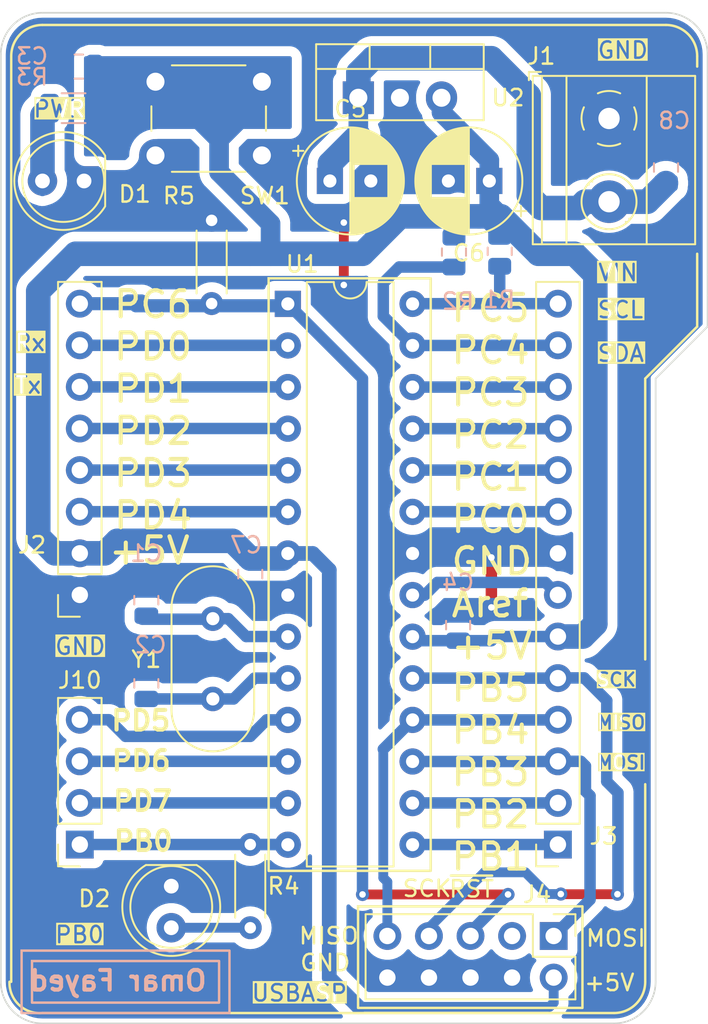
<source format=kicad_pcb>
(kicad_pcb (version 20221018) (generator pcbnew)
  (layers (0 "F.Cu" signal) (31 "B.Cu" signal) (34 "B.Paste" user) (35 "F.Paste" user) (36 "B.SilkS" user "B.Silkscreen") (37 "F.SilkS" user "F.Silkscreen") (38 "B.Mask" user) (39 "F.Mask" user) (44 "Edge.Cuts" user))
  (net 0 "")
  (net 1 "GND")
  (net 2 "/XTAL1")
  (net 3 "/XTAL2")
  (net 4 "+5V")
  (net 5 "VCC")
  (net 6 "Net-(D1-A)")
  (net 7 "Net-(D2-A)")
  (net 8 "PD4")
  (net 9 "PD3")
  (net 10 "PD2")
  (net 11 "TX")
  (net 12 "RX")
  (net 13 "PD7")
  (net 14 "PD6")
  (net 15 "PD5")
  (net 16 "SCL")
  (net 17 "SDA")
  (net 18 "PC3")
  (net 19 "PC2")
  (net 20 "PC1")
  (net 21 "PC0")
  (net 22 "~{RESET}")
  (net 23 "SCK")
  (net 24 "MISO")
  (net 25 "MOSI")
  (net 26 "PB2")
  (net 27 "PB1")
  (net 28 "PB0")
  (net 29 "AREF")
  (footprint "Connector_PinSocket_2.54mm:PinSocket_1x04_P2.54mm_Vertical" (layer "F.Cu") (at 139.446 83.058 180)
    (fp_text reference "J10" (at 0 10.033) (layer "F.SilkS"))
    (fp_text value "Conn_01x04")
    (pad "1" thru_hole rect (at 0 0 180) (size 1.7 1.7) (drill 1) (layers "*.Cu" "*.Mask") (net 28 "PB0"))
    (pad "2" thru_hole oval (at 0 2.54 180) (size 1.7 1.7) (drill 1) (layers "*.Cu" "*.Mask") (net 13 "PD7"))
    (pad "3" thru_hole oval (at 0 5.08 180) (size 1.7 1.7) (drill 1) (layers "*.Cu" "*.Mask") (net 14 "PD6"))
    (pad "4" thru_hole oval (at 0 7.62 180) (size 1.7 1.7) (drill 1) (layers "*.Cu" "*.Mask") (net 15 "PD5"))
  )
  (footprint "LED_THT:LED_D5.0mm" (layer "F.Cu") (at 139.705 42.545 180)
    (fp_text reference "D1" (at -3.095 -0.805) (layer "F.SilkS"))
    (fp_text value "LED")
    (pad "1" thru_hole rect (at 0 0 180) (size 1.8 1.8) (drill 0.9) (layers "*.Cu" "*.Mask") (net 1 "GND"))
    (pad "2" thru_hole circle (at 2.54 0 180) (size 1.8 1.8) (drill 0.9) (layers "*.Cu" "*.Mask") (net 6 "Net-(D1-A)"))
  )
  (footprint "Package_TO_SOT_THT:TO-220-3_Vertical" (layer "F.Cu") (at 156.464 37.465)
    (fp_text reference "U2" (at 9.144 0) (layer "F.SilkS"))
    (fp_text value "LM7805_TO220")
    (pad "1" thru_hole rect (at 0 0) (size 1.905 2) (drill 1.1) (layers "*.Cu" "*.Mask") (net 5 "VCC"))
    (pad "2" thru_hole oval (at 2.54 0) (size 1.905 2) (drill 1.1) (layers "*.Cu" "*.Mask") (net 1 "GND"))
    (pad "3" thru_hole oval (at 5.08 0) (size 1.905 2) (drill 1.1) (layers "*.Cu" "*.Mask") (net 4 "+5V"))
  )
  (footprint "Crystal:Crystal_HC18-U_Vertical" (layer "F.Cu") (at 147.574 74.168 90)
    (fp_text reference "Y1" (at 2.413 -4.064 180) (layer "F.SilkS"))
    (fp_text value "16MHz")
    (pad "1" thru_hole circle (at 0 0 90) (size 1.5 1.5) (drill 0.8) (layers "*.Cu" "*.Mask") (net 3 "/XTAL2"))
    (pad "2" thru_hole circle (at 4.9 0 90) (size 1.5 1.5) (drill 0.8) (layers "*.Cu" "*.Mask") (net 2 "/XTAL1"))
  )
  (footprint "Connector_PinSocket_2.54mm:PinSocket_1x14_P2.54mm_Vertical" (layer "F.Cu") (at 168.656 83.058 180)
    (fp_text reference "J3" (at -2.794 0.508) (layer "F.SilkS"))
    (fp_text value "Conn_01x14")
    (pad "1" thru_hole rect (at 0 0 180) (size 1.7 1.7) (drill 1) (layers "*.Cu" "*.Mask") (net 27 "PB1"))
    (pad "2" thru_hole oval (at 0 2.54 180) (size 1.7 1.7) (drill 1) (layers "*.Cu" "*.Mask") (net 26 "PB2"))
    (pad "3" thru_hole oval (at 0 5.08 180) (size 1.7 1.7) (drill 1) (layers "*.Cu" "*.Mask") (net 25 "MOSI"))
    (pad "4" thru_hole oval (at 0 7.62 180) (size 1.7 1.7) (drill 1) (layers "*.Cu" "*.Mask") (net 24 "MISO"))
    (pad "5" thru_hole oval (at 0 10.16 180) (size 1.7 1.7) (drill 1) (layers "*.Cu" "*.Mask") (net 23 "SCK"))
    (pad "6" thru_hole oval (at 0 12.7 180) (size 1.7 1.7) (drill 1) (layers "*.Cu" "*.Mask") (net 4 "+5V"))
    (pad "7" thru_hole oval (at 0 15.24 180) (size 1.7 1.7) (drill 1) (layers "*.Cu" "*.Mask") (net 29 "AREF"))
    (pad "8" thru_hole oval (at 0 17.78 180) (size 1.7 1.7) (drill 1) (layers "*.Cu" "*.Mask") (net 1 "GND"))
    (pad "9" thru_hole oval (at 0 20.32 180) (size 1.7 1.7) (drill 1) (layers "*.Cu" "*.Mask") (net 21 "PC0"))
    (pad "10" thru_hole oval (at 0 22.86 180) (size 1.7 1.7) (drill 1) (layers "*.Cu" "*.Mask") (net 20 "PC1"))
    (pad "11" thru_hole oval (at 0 25.4 180) (size 1.7 1.7) (drill 1) (layers "*.Cu" "*.Mask") (net 19 "PC2"))
    (pad "12" thru_hole oval (at 0 27.94 180) (size 1.7 1.7) (drill 1) (layers "*.Cu" "*.Mask") (net 18 "PC3"))
    (pad "13" thru_hole oval (at 0 30.48 180) (size 1.7 1.7) (drill 1) (layers "*.Cu" "*.Mask") (net 17 "SDA"))
    (pad "14" thru_hole oval (at 0 33.02 180) (size 1.7 1.7) (drill 1) (layers "*.Cu" "*.Mask") (net 16 "SCL"))
  )
  (footprint "Connector_PinSocket_2.54mm:PinSocket_1x08_P2.54mm_Vertical" (layer "F.Cu") (at 139.446 67.818 180)
    (fp_text reference "J2" (at 2.921 3.048) (layer "F.SilkS"))
    (fp_text value "Conn_01x08")
    (pad "1" thru_hole rect (at 0 0 180) (size 1.7 1.7) (drill 1) (layers "*.Cu" "*.Mask") (net 1 "GND"))
    (pad "2" thru_hole oval (at 0 2.54 180) (size 1.7 1.7) (drill 1) (layers "*.Cu" "*.Mask") (net 4 "+5V"))
    (pad "3" thru_hole oval (at 0 5.08 180) (size 1.7 1.7) (drill 1) (layers "*.Cu" "*.Mask") (net 8 "PD4"))
    (pad "4" thru_hole oval (at 0 7.62 180) (size 1.7 1.7) (drill 1) (layers "*.Cu" "*.Mask") (net 9 "PD3"))
    (pad "5" thru_hole oval (at 0 10.16 180) (size 1.7 1.7) (drill 1) (layers "*.Cu" "*.Mask") (net 10 "PD2"))
    (pad "6" thru_hole oval (at 0 12.7 180) (size 1.7 1.7) (drill 1) (layers "*.Cu" "*.Mask") (net 11 "TX"))
    (pad "7" thru_hole oval (at 0 15.24 180) (size 1.7 1.7) (drill 1) (layers "*.Cu" "*.Mask") (net 12 "RX"))
    (pad "8" thru_hole oval (at 0 17.78 180) (size 1.7 1.7) (drill 1) (layers "*.Cu" "*.Mask") (net 22 "~{RESET}"))
  )
  (footprint "Capacitor_THT:CP_Radial_D6.3mm_P2.50mm" (layer "F.Cu") (at 164.465 42.545 180)
    (fp_text reference "C6" (at 1.25 -4.4 180) (layer "F.SilkS"))
    (fp_text value "0.1 µF")
    (pad "1" thru_hole rect (at 0 0 180) (size 1.6 1.6) (drill 0.8) (layers "*.Cu" "*.Mask") (net 4 "+5V"))
    (pad "2" thru_hole circle (at 2.5 0 180) (size 1.6 1.6) (drill 0.8) (layers "*.Cu" "*.Mask") (net 1 "GND"))
  )
  (footprint "TerminalBlock_Phoenix:TerminalBlock_Phoenix_MKDS-1,5-2-5.08_1x02_P5.08mm_Horizontal" (layer "F.Cu") (at 171.78 38.73 -90)
    (fp_text reference "J1" (at -3.805 4.14 -180) (layer "F.SilkS"))
    (fp_text value "Screw_Terminal_01x02")
    (pad "1" thru_hole rect (at 0 0 270) (size 2.6 2.6) (drill 1.3) (layers "*.Cu" "*.Mask") (net 1 "GND"))
    (pad "2" thru_hole circle (at 5.08 0 270) (size 2.6 2.6) (drill 1.3) (layers "*.Cu" "*.Mask") (net 5 "VCC"))
  )
  (footprint "Button_Switch_THT:SW_PUSH_6mm" (layer "F.Cu") (at 150.57 40.985 180)
    (fp_text reference "SW1" (at -0.18 -2.465) (layer "F.SilkS"))
    (fp_text value "SW_Push")
    (pad "1" thru_hole circle (at 0 0 270) (size 2 2) (drill 1.1) (layers "*.Cu" "*.Mask") (net 1 "GND"))
    (pad "1" thru_hole circle (at 6.5 0 270) (size 2 2) (drill 1.1) (layers "*.Cu" "*.Mask") (net 1 "GND"))
    (pad "2" thru_hole circle (at 0 4.5 270) (size 2 2) (drill 1.1) (layers "*.Cu" "*.Mask") (net 4 "+5V"))
    (pad "2" thru_hole circle (at 6.5 4.5 270) (size 2 2) (drill 1.1) (layers "*.Cu" "*.Mask") (net 4 "+5V"))
  )
  (footprint "Resistor_THT:R_Axial_DIN0204_L3.6mm_D1.6mm_P5.08mm_Horizontal" (layer "F.Cu") (at 147.5 44.95 -90)
    (fp_text reference "R5" (at -1.5 2 -180) (layer "F.SilkS"))
    (fp_text value "10K")
    (pad "1" thru_hole circle (at 0 0 270) (size 1.4 1.4) (drill 0.7) (layers "*.Cu" "*.Mask") (net 1 "GND"))
    (pad "2" thru_hole oval (at 5.08 0 270) (size 1.4 1.4) (drill 0.7) (layers "*.Cu" "*.Mask") (net 22 "~{RESET}"))
  )
  (footprint "Connector_PinHeader_2.54mm:PinHeader_2x05_P2.54mm_Vertical" (layer "F.Cu") (at 168.397 88.641 -90)
    (fp_text reference "J4" (at -2.535 1.011 -180) (layer "F.SilkS"))
    (fp_text value "AVR-ISP-10")
    (pad "1" thru_hole rect (at 0 0 270) (size 1.7 1.7) (drill 1) (layers "*.Cu" "*.Mask") (net 25 "MOSI"))
    (pad "2" thru_hole oval (at 2.54 0 270) (size 1.7 1.7) (drill 1) (layers "*.Cu" "*.Mask") (net 4 "+5V"))
    (pad "3" thru_hole oval (at 0 2.54 270) (size 1.7 1.7) (drill 1) (layers "*.Cu" "*.Mask"))
    (pad "4" thru_hole oval (at 2.54 2.54 270) (size 1.7 1.7) (drill 1) (layers "*.Cu" "*.Mask") (net 1 "GND"))
    (pad "5" thru_hole oval (at 0 5.08 270) (size 1.7 1.7) (drill 1) (layers "*.Cu" "*.Mask") (net 22 "~{RESET}"))
    (pad "6" thru_hole oval (at 2.54 5.08 270) (size 1.7 1.7) (drill 1) (layers "*.Cu" "*.Mask") (net 1 "GND"))
    (pad "7" thru_hole oval (at 0 7.62 270) (size 1.7 1.7) (drill 1) (layers "*.Cu" "*.Mask") (net 23 "SCK"))
    (pad "8" thru_hole oval (at 2.54 7.62 270) (size 1.7 1.7) (drill 1) (layers "*.Cu" "*.Mask") (net 1 "GND"))
    (pad "9" thru_hole oval (at 0 10.16 270) (size 1.7 1.7) (drill 1) (layers "*.Cu" "*.Mask") (net 24 "MISO"))
    (pad "10" thru_hole oval (at 2.54 10.16 270) (size 1.7 1.7) (drill 1) (layers "*.Cu" "*.Mask") (net 1 "GND"))
  )
  (footprint "Resistor_THT:R_Axial_DIN0204_L3.6mm_D1.6mm_P5.08mm_Horizontal" (layer "F.Cu") (at 149.86 83.058 -90)
    (fp_text reference "R4" (at 2.54 -2.032 -180) (layer "F.SilkS"))
    (fp_text value "330R")
    (pad "1" thru_hole circle (at 0 0 270) (size 1.4 1.4) (drill 0.7) (layers "*.Cu" "*.Mask") (net 28 "PB0"))
    (pad "2" thru_hole oval (at 5.08 0 270) (size 1.4 1.4) (drill 0.7) (layers "*.Cu" "*.Mask") (net 7 "Net-(D2-A)"))
  )
  (footprint "LED_THT:LED_D5.0mm" (layer "F.Cu") (at 145.034 85.598 -90)
    (fp_text reference "D2" (at 0.762 4.699 -180) (layer "F.SilkS"))
    (fp_text value "LED")
    (pad "1" thru_hole rect (at 0 0 270) (size 1.8 1.8) (drill 0.9) (layers "*.Cu" "*.Mask") (net 1 "GND"))
    (pad "2" thru_hole circle (at 2.54 0 270) (size 1.8 1.8) (drill 0.9) (layers "*.Cu" "*.Mask") (net 7 "Net-(D2-A)"))
  )
  (footprint "Capacitor_THT:CP_Radial_D6.3mm_P2.50mm" (layer "F.Cu") (at 154.725401 42.545)
    (fp_text reference "C5" (at 1.25 -4.4) (layer "F.SilkS"))
    (fp_text value "0.33 µF")
    (pad "1" thru_hole rect (at 0 0) (size 1.6 1.6) (drill 0.8) (layers "*.Cu" "*.Mask") (net 5 "VCC"))
    (pad "2" thru_hole circle (at 2.5 0) (size 1.6 1.6) (drill 0.8) (layers "*.Cu" "*.Mask") (net 1 "GND"))
  )
  (footprint "Package_DIP:DIP-28_W7.62mm" (layer "F.Cu") (at 152.156 50.048)
    (fp_text reference "U1" (at 0.879 -2.423) (layer "F.SilkS"))
    (fp_text value "ATmega8L-8P")
    (pad "1" thru_hole rect (at 0 0) (size 1.6 1.6) (drill 0.8) (layers "*.Cu" "*.Mask") (net 22 "~{RESET}"))
    (pad "2" thru_hole oval (at 0 2.54) (size 1.6 1.6) (drill 0.8) (layers "*.Cu" "*.Mask") (net 12 "RX"))
    (pad "3" thru_hole oval (at 0 5.08) (size 1.6 1.6) (drill 0.8) (layers "*.Cu" "*.Mask") (net 11 "TX"))
    (pad "4" thru_hole oval (at 0 7.62) (size 1.6 1.6) (drill 0.8) (layers "*.Cu" "*.Mask") (net 10 "PD2"))
    (pad "5" thru_hole oval (at 0 10.16) (size 1.6 1.6) (drill 0.8) (layers "*.Cu" "*.Mask") (net 9 "PD3"))
    (pad "6" thru_hole oval (at 0 12.7) (size 1.6 1.6) (drill 0.8) (layers "*.Cu" "*.Mask") (net 8 "PD4"))
    (pad "7" thru_hole oval (at 0 15.24) (size 1.6 1.6) (drill 0.8) (layers "*.Cu" "*.Mask") (net 4 "+5V"))
    (pad "8" thru_hole oval (at 0 17.78) (size 1.6 1.6) (drill 0.8) (layers "*.Cu" "*.Mask") (net 1 "GND"))
    (pad "9" thru_hole oval (at 0 20.32) (size 1.6 1.6) (drill 0.8) (layers "*.Cu" "*.Mask") (net 2 "/XTAL1"))
    (pad "10" thru_hole oval (at 0 22.86) (size 1.6 1.6) (drill 0.8) (layers "*.Cu" "*.Mask") (net 3 "/XTAL2"))
    (pad "11" thru_hole oval (at 0 25.4) (size 1.6 1.6) (drill 0.8) (layers "*.Cu" "*.Mask") (net 15 "PD5"))
    (pad "12" thru_hole oval (at 0 27.94) (size 1.6 1.6) (drill 0.8) (layers "*.Cu" "*.Mask") (net 14 "PD6"))
    (pad "13" thru_hole oval (at 0 30.48) (size 1.6 1.6) (drill 0.8) (layers "*.Cu" "*.Mask") (net 13 "PD7"))
    (pad "14" thru_hole oval (at 0 33.02) (size 1.6 1.6) (drill 0.8) (layers "*.Cu" "*.Mask") (net 28 "PB0"))
    (pad "15" thru_hole oval (at 7.62 33.02) (size 1.6 1.6) (drill 0.8) (layers "*.Cu" "*.Mask") (net 27 "PB1"))
    (pad "16" thru_hole oval (at 7.62 30.48) (size 1.6 1.6) (drill 0.8) (layers "*.Cu" "*.Mask") (net 26 "PB2"))
    (pad "17" thru_hole oval (at 7.62 27.94) (size 1.6 1.6) (drill 0.8) (layers "*.Cu" "*.Mask") (net 25 "MOSI"))
    (pad "18" thru_hole oval (at 7.62 25.4) (size 1.6 1.6) (drill 0.8) (layers "*.Cu" "*.Mask") (net 24 "MISO"))
    (pad "19" thru_hole oval (at 7.62 22.86) (size 1.6 1.6) (drill 0.8) (layers "*.Cu" "*.Mask") (net 23 "SCK"))
    (pad "20" thru_hole oval (at 7.62 20.32) (size 1.6 1.6) (drill 0.8) (layers "*.Cu" "*.Mask") (net 4 "+5V"))
    (pad "21" thru_hole oval (at 7.62 17.78) (size 1.6 1.6) (drill 0.8) (layers "*.Cu" "*.Mask") (net 29 "AREF"))
    (pad "22" thru_hole oval (at 7.62 15.24) (size 1.6 1.6) (drill 0.8) (layers "*.Cu" "*.Mask") (net 1 "GND"))
    (pad "23" thru_hole oval (at 7.62 12.7) (size 1.6 1.6) (drill 0.8) (layers "*.Cu" "*.Mask") (net 21 "PC0"))
    (pad "24" thru_hole oval (at 7.62 10.16) (size 1.6 1.6) (drill 0.8) (layers "*.Cu" "*.Mask") (net 20 "PC1"))
    (pad "25" thru_hole oval (at 7.62 7.62) (size 1.6 1.6) (drill 0.8) (layers "*.Cu" "*.Mask") (net 19 "PC2"))
    (pad "26" thru_hole oval (at 7.62 5.08) (size 1.6 1.6) (drill 0.8) (layers "*.Cu" "*.Mask") (net 18 "PC3"))
    (pad "27" thru_hole oval (at 7.62 2.54) (size 1.6 1.6) (drill 0.8) (layers "*.Cu" "*.Mask") (net 17 "SDA"))
    (pad "28" thru_hole oval (at 7.62 0) (size 1.6 1.6) (drill 0.8) (layers "*.Cu" "*.Mask") (net 16 "SCL"))
  )
  (footprint "Capacitor_SMD:C_0805_2012Metric" (layer "B.Cu") (at 143.51 68.138 -90)
    (fp_text reference "C1" (at -2.86 0 -180) (layer "B.SilkS") (effects (justify mirror)))
    (fp_text value "22pF")
    (pad "1" smd roundrect (at -0.95 0 270) (size 1 1.45) (layers "B.Cu" "B.Paste" "B.Mask") (net 1 "GND"))
    (pad "2" smd roundrect (at 0.95 0 270) (size 1 1.45) (layers "B.Cu" "B.Paste" "B.Mask") (net 2 "/XTAL1"))
  )
  (footprint "Resistor_SMD:R_1206_3216Metric" (layer "B.Cu") (at 139.065 38.1 180)
    (fp_text reference "R3" (at 2.54 1.905) (layer "B.SilkS") (effects (justify mirror)))
    (fp_text value "330R")
    (pad "1" smd roundrect (at -1.4625 0 180) (size 1.125 1.75) (layers "B.Cu" "B.Paste" "B.Mask") (roundrect_rratio 0.222222) (net 4 "+5V"))
    (pad "2" smd roundrect (at 1.4625 0 180) (size 1.125 1.75) (layers "B.Cu" "B.Paste" "B.Mask") (roundrect_rratio 0.222222) (net 6 "Net-(D1-A)"))
  )
  (footprint "Capacitor_SMD:C_0805_2012Metric" (layer "B.Cu") (at 143.51 73.218 -90)
    (fp_text reference "C2" (at -2.352 -0.254 -180) (layer "B.SilkS") (effects (justify mirror)))
    (fp_text value "22pF")
    (pad "1" smd roundrect (at -0.95 0 270) (size 1 1.45) (layers "B.Cu" "B.Paste" "B.Mask") (net 1 "GND"))
    (pad "2" smd roundrect (at 0.95 0 270) (size 1 1.45) (layers "B.Cu" "B.Paste" "B.Mask") (net 3 "/XTAL2"))
  )
  (footprint "Resistor_SMD:R_0805_2012Metric" (layer "B.Cu") (at 162.306 46.8865 -90)
    (fp_text reference "R2" (at 3.006357 -0.247021 -180) (layer "B.SilkS") (effects (justify mirror)))
    (fp_text value "4.7K")
    (pad "1" smd roundrect (at -0.9125 0 270) (size 1.025 1.4) (layers "B.Cu" "B.Paste" "B.Mask") (roundrect_rratio 0.243902) (net 4 "+5V"))
    (pad "2" smd roundrect (at 0.9125 0 270) (size 1.025 1.4) (layers "B.Cu" "B.Paste" "B.Mask") (roundrect_rratio 0.243902) (net 17 "SDA"))
  )
  (footprint "Capacitor_SMD:C_0805_2012Metric" (layer "B.Cu") (at 139.385 35.56)
    (fp_text reference "C3" (at -2.86 -0.635) (layer "B.SilkS") (effects (justify mirror)))
    (fp_text value "100nF")
    (pad "1" smd roundrect (at -0.95 0) (size 1 1.45) (layers "B.Cu" "B.Paste" "B.Mask") (net 1 "GND"))
    (pad "2" smd roundrect (at 0.95 0) (size 1 1.45) (layers "B.Cu" "B.Paste" "B.Mask") (net 4 "+5V"))
  )
  (footprint "Capacitor_SMD:C_0805_2012Metric" (layer "B.Cu") (at 149.86 66.548 90)
    (fp_text reference "C7" (at 1.778 -0.254 180) (layer "B.SilkS") (effects (justify mirror)))
    (fp_text value "100nF")
    (pad "1" smd roundrect (at -0.95 0 90) (size 1 1.45) (layers "B.Cu" "B.Paste" "B.Mask") (net 1 "GND"))
    (pad "2" smd roundrect (at 0.95 0 90) (size 1 1.45) (layers "B.Cu" "B.Paste" "B.Mask") (net 4 "+5V"))
  )
  (footprint "Capacitor_SMD:C_0805_2012Metric" (layer "B.Cu") (at 162.56 69.662 -90)
    (fp_text reference "C4" (at -2.606 0 -180) (layer "B.SilkS") (effects (justify mirror)))
    (fp_text value "100nF")
    (pad "1" smd roundrect (at -0.95 0 270) (size 1 1.45) (layers "B.Cu" "B.Paste" "B.Mask") (net 1 "GND"))
    (pad "2" smd roundrect (at 0.95 0 270) (size 1 1.45) (layers "B.Cu" "B.Paste" "B.Mask") (net 4 "+5V"))
  )
  (footprint "Resistor_SMD:R_0805_2012Metric" (layer "B.Cu") (at 165.1 46.8395 -90)
    (fp_text reference "R1" (at 2.948686 0.034891 -180) (layer "B.SilkS") (effects (justify mirror)))
    (fp_text value "4.7K")
    (pad "1" smd roundrect (at -0.9125 0 270) (size 1.025 1.4) (layers "B.Cu" "B.Paste" "B.Mask") (roundrect_rratio 0.243902) (net 4 "+5V"))
    (pad "2" smd roundrect (at 0.9125 0 270) (size 1.025 1.4) (layers "B.Cu" "B.Paste" "B.Mask") (roundrect_rratio 0.243902) (net 16 "SCL"))
  )
  (footprint "Capacitor_SMD:C_0805_2012Metric" (layer "B.Cu") (at 175.26 41.722 -90)
    (fp_text reference "C8" (at -2.86 -0.508 -180) (layer "B.SilkS") (effects (justify mirror)))
    (fp_text value "100nF")
    (pad "1" smd roundrect (at -0.95 0 270) (size 1 1.45) (layers "B.Cu" "B.Paste" "B.Mask") (net 1 "GND"))
    (pad "2" smd roundrect (at 0.95 0 270) (size 1 1.45) (layers "B.Cu" "B.Paste" "B.Mask") (net 5 "VCC"))
  )
  (gr_rect (start 136.525 90.17) (end 147.955 92.71) (stroke (width 0.15)) (fill none) (layer "B.SilkS"))
  (gr_rect (start 135.89 89.535) (end 148.59 93.345) (stroke (width 0.15)) (fill none) (layer "B.SilkS"))
  (gr_line (start 173.99 71.755) (end 173.99 54.61) (stroke (width 0.15)) (layer "F.SilkS"))
  (gr_line (start 137.16 93.345) (end 172.085 93.345) (stroke (width 0.15)) (layer "F.SilkS"))
  (gr_line (start 177.165 51.435) (end 177.165 46.99) (stroke (width 0.15)) (layer "F.SilkS"))
  (gr_line (start 173.99 91.44) (end 173.99 79.375) (stroke (width 0.15)) (layer "F.SilkS"))
  (gr_arc (start 173.99 91.44) (mid 173.432038 92.787038) (end 172.085 93.345) (stroke (width 0.15)) (layer "F.SilkS"))
  (gr_line (start 135.255 51.435) (end 135.255 56.515) (stroke (width 0.15)) (layer "F.SilkS"))
  (gr_line (start 177.165 34.925) (end 177.165 35.56) (stroke (width 0.15)) (layer "F.SilkS"))
  (gr_line (start 173.99 54.61) (end 177.165 51.435) (stroke (width 0.15)) (layer "F.SilkS"))
  (gr_line (start 135.255 56.515) (end 135.255 91.44) (stroke (width 0.15)) (layer "F.SilkS"))
  (gr_line (start 175.26 33.02) (end 137.16 33.02) (stroke (width 0.15)) (layer "F.SilkS"))
  (gr_line (start 135.255 51.435) (end 135.255 34.925) (stroke (width 0.15)) (layer "F.SilkS"))
  (gr_rect (start 156.446179 86.832895) (end 170.155308 93.032062) (stroke (width 0.15)) (fill none) (layer "F.SilkS"))
  (gr_arc (start 135.255 34.925) (mid 135.812962 33.577962) (end 137.16 33.02) (stroke (width 0.15)) (layer "F.SilkS"))
  (gr_arc (start 137.16 93.344999) (mid 135.725068 92.843194) (end 135.14917 91.436361) (stroke (width 0.15)) (layer "F.SilkS"))
  (gr_arc (start 175.26 33.02) (mid 176.607038 33.577962) (end 177.165 34.925) (stroke (width 0.15)) (layer "F.SilkS"))
  (gr_rect (start 150.982924 48.487054) (end 160.885274 84.66434) (stroke (width 0.15)) (fill none) (layer "F.SilkS"))
  (gr_line (start 172.085 93.98) (end 137.16 93.98) (stroke (width 0.1)) (layer "Edge.Cuts"))
  (gr_line (start 174.625 54.61) (end 177.8 51.435) (stroke (width 0.1)) (layer "Edge.Cuts"))
  (gr_arc (start 174.625 91.44) (mid 173.881051 93.236051) (end 172.085 93.98) (stroke (width 0.1)) (layer "Edge.Cuts"))
  (gr_line (start 177.8 49.53) (end 177.8 51.435) (stroke (width 0.1)) (layer "Edge.Cuts"))
  (gr_line (start 177.8 49.53) (end 177.8 48.26) (stroke (width 0.1)) (layer "Edge.Cuts"))
  (gr_line (start 134.62 36.068) (end 134.62 91.44) (stroke (width 0.1)) (layer "Edge.Cuts"))
  (gr_arc (start 175.26 32.276051) (mid 177.056051 33.02) (end 177.8 34.816051) (stroke (width 0.1)) (layer "Edge.Cuts"))
  (gr_line (start 175.26 32.276051) (end 137.16 32.276051) (stroke (width 0.1)) (layer "Edge.Cuts"))
  (gr_line (start 177.8 36.068) (end 177.8 48.26) (stroke (width 0.1)) (layer "Edge.Cuts"))
  (gr_arc (start 137.16 93.98) (mid 135.363949 93.236051) (end 134.62 91.44) (stroke (width 0.1)) (layer "Edge.Cuts"))
  (gr_line (start 177.8 34.816051) (end 177.8 36.068) (stroke (width 0.1)) (layer "Edge.Cuts"))
  (gr_line (start 134.62 34.816051) (end 134.62 36.068) (stroke (width 0.1)) (layer "Edge.Cuts"))
  (gr_arc (start 134.62 34.816051) (mid 135.363949 33.02) (end 137.16 32.276051) (stroke (width 0.1)) (layer "Edge.Cuts"))
  (gr_line (start 174.625 54.61) (end 174.625 91.44) (stroke (width 0.1)) (layer "Edge.Cuts"))
  (gr_text "Omar Fayed" (at 147.32 92.075) (layer "B.SilkS") (effects (font (size 1.2 1.2) (thickness 0.25)) (justify left bottom mirror)))
  (gr_text "~{RST}" (at 161.925 86.36) (layer "F.SilkS") (effects (font (size 1 1)) (justify left bottom)))
  (gr_text "SDA" (at 170.993207 53.655621) (layer "F.SilkS" knockout) (effects (font (size 1 1)) (justify left bottom)))
  (gr_text "GND" (at 171 35.15) (layer "F.SilkS" knockout) (effects (font (size 1 1)) (justify left bottom)))
  (gr_text "Rx\n" (at 135.4 53) (layer "F.SilkS" knockout) (effects (font (size 1 1)) (justify left bottom)))
  (gr_text "GND\n" (at 152.818681 90.860824) (layer "F.SilkS") (effects (font (size 1 1)) (justify left bottom)))
  (gr_text "+5V\n" (at 170.18 92.075) (layer "F.SilkS") (effects (font (size 1 1)) (justify left bottom)))
  (gr_text "MISO" (at 170.986766 76.0803) (layer "F.SilkS" knockout) (effects (font (size 0.8 0.8)) (justify left bottom)))
  (gr_text "MISO" (at 152.748901 89.220989) (layer "F.SilkS") (effects (font (size 1 1)) (justify left bottom)))
  (gr_text "PD5" (at 141.239995 76.2) (layer "F.SilkS") (effects (font (size 1.2 1.2) (thickness 0.25) bold) (justify left bottom)))
  (gr_text "USBASP\n" (at 149.86 92.71) (layer "F.SilkS" knockout) (effects (font (size 1 1)) (justify left bottom)))
  (gr_text "SCK\n" (at 159.083871 86.32672) (layer "F.SilkS") (effects (font (size 1 1)) (justify left bottom)))
  (gr_text "PC5\nPC4\nPC3\nPC2\nPC1\nPC0\nGND\nAref\n+5V\nPB5\nPB4\nPB3\nPB2\nPB1\n\n" (at 162.017 87.311) (layer "F.SilkS") (effects (font (size 1.6 1.6) (thickness 0.25) bold) (justify left bottom)))
  (gr_text "PD6\n" (at 141.261466 78.647675) (layer "F.SilkS") (effects (font (size 1.2 1.2) (thickness 0.25) bold) (justify left bottom)))
  (gr_text "PD7" (at 141.353791 81.105549) (layer "F.SilkS") (effects (font (size 1.2 1.2) (thickness 0.25) bold) (justify left bottom)))
  (gr_text "PB0\n" (at 137.85 89.15) (layer "F.SilkS" knockout) (effects (font (size 1 1)) (justify left bottom)))
  (gr_text "PC6\nPD0\nPD1\nPD2\nPD3\nPD4\n" (at 141.4 63.9) (layer "F.SilkS") (effects (font (size 1.6 1.6) (thickness 0.25)) (justify left bottom)))
  (gr_text "PB0" (at 141.388681 83.547857) (layer "F.SilkS") (effects (font (size 1.2 1.2) (thickness 0.25) bold) (justify left bottom)))
  (gr_text "GND\n" (at 137.85 71.55) (layer "F.SilkS" knockout) (effects (font (size 1 1)) (justify left bottom)))
  (gr_text "MOSI" (at 170.986766 78.527975) (layer "F.SilkS" knockout) (effects (font (size 0.8 0.8)) (justify left bottom)))
  (gr_text "Tx" (at 135.4 55.6) (layer "F.SilkS" knockout) (effects (font (size 1 1)) (justify left bottom)))
  (gr_text "VIN" (at 171.038296 48.734505) (layer "F.SilkS" knockout) (effects (font (size 1 1)) (justify left bottom)))
  (gr_text "PWR" (at 136.525 38.735) (layer "F.SilkS" knockout) (effects (font (size 1 1)) (justify left bottom)))
  (gr_text "SCK\n" (at 170.943825 73.460857) (layer "F.SilkS" knockout) (effects (font (size 0.8 0.8)) (justify left bottom)))
  (gr_text "+5V" (at 141.1 66.05) (layer "F.SilkS") (effects (font (size 1.6 1.6) (thickness 0.25) bold) (justify left bottom)))
  (gr_text "MOSI" (at 170.287354 89.363233) (layer "F.SilkS") (effects (font (size 1 1)) (justify left bottom)))
  (gr_text "SCL" (at 170.993207 50.993237) (layer "F.SilkS" knockout) (effects (font (size 1 1)) (justify left bottom)))
  (segment (start 155.575 48.895) (end 155.575 45.085) (width 0.6) (layer "F.Cu") (net 1))
  (segment (start 164.592 68.58) (end 164.592 65.532) (width 0.7) (layer "F.Cu") (net 1))
  (via (at 164.592 68.58) (size 0.8) (drill 0.4) (layers "F.Cu" "B.Cu") (net 1))
  (via (at 155.575 48.895) (size 0.8) (drill 0.4) (layers "F.Cu" "B.Cu") (net 1))
  (via (at 164.592 65.532) (size 0.8) (drill 0.4) (layers "F.Cu" "B.Cu") (net 1))
  (via (at 155.575 45.085) (size 0.8) (drill 0.4) (layers "F.Cu" "B.Cu") (net 1))
  (segment (start 151.826 67.498) (end 152.156 67.828) (width 0.7) (layer "B.Cu") (net 1))
  (segment (start 175.26 40.64) (end 173.873 40.64) (width 0.6) (layer "B.Cu") (net 1))
  (segment (start 149.86 67.498) (end 151.826 67.498) (width 0.7) (layer "B.Cu") (net 1))
  (segment (start 168.646 65.288) (end 168.656 65.278) (width 0.7) (layer "B.Cu") (net 1))
  (segment (start 173.873 40.64) (end 172.212 38.979) (width 0.6) (layer "B.Cu") (net 1))
  (segment (start 147.54 69.302) (end 147.574 69.268) (width 0.7) (layer "B.Cu") (net 2))
  (segment (start 149.606 70.358) (end 152.146 70.358) (width 0.7) (layer "B.Cu") (net 2))
  (segment (start 143.256 69.302) (end 147.54 69.302) (width 0.7) (layer "B.Cu") (net 2))
  (segment (start 152.146 70.358) (end 152.156 70.368) (width 0.7) (layer "B.Cu") (net 2))
  (segment (start 147.574 69.268) (end 148.516 69.268) (width 0.7) (layer "B.Cu") (net 2))
  (segment (start 148.516 69.268) (end 149.606 70.358) (width 0.7) (layer "B.Cu") (net 2))
  (segment (start 147.574 74.168) (end 143.276 74.168) (width 0.7) (layer "B.Cu") (net 3))
  (segment (start 150.114 72.898) (end 148.844 74.168) (width 0.7) (layer "B.Cu") (net 3))
  (segment (start 143.276 74.168) (end 143.256 74.148) (width 0.7) (layer "B.Cu") (net 3))
  (segment (start 152.156 72.908) (end 152.146 72.898) (width 0.7) (layer "B.Cu") (net 3))
  (segment (start 152.146 72.898) (end 150.114 72.898) (width 0.7) (layer "B.Cu") (net 3))
  (segment (start 148.844 74.168) (end 147.574 74.168) (width 0.7) (layer "B.Cu") (net 3))
  (segment (start 160.02 70.612) (end 162.052 70.612) (width 0.7) (layer "B.Cu") (net 4))
  (segment (start 151.1 46.99) (end 154.686 46.99) (width 1.5) (layer "B.Cu") (net 4))
  (segment (start 167.464152 46.99) (end 169.672 46.99) (width 1.5) (layer "B.Cu") (net 4))
  (segment (start 168.397 91.181) (end 168.397 92.705) (width 0.6) (layer "B.Cu") (net 4))
  (segment (start 156.718 46.99) (end 159.004 44.704) (width 1.5) (layer "B.Cu") (net 4))
  (segment (start 161.544 37.592) (end 161.544 38.354) (width 1.2) (layer "B.Cu") (net 4))
  (segment (start 162.306 45.974) (end 162.306 44.704) (width 0.6) (layer "B.Cu") (net 4))
  (segment (start 162.306 45.72) (end 161.29 44.704) (width 0.6) (layer "B.Cu") (net 4))
  (segment (start 147.955 42.005) (end 151.1 45.15) (width 1.2) (layer "B.Cu") (net 4))
  (segment (start 151.1 45.15) (end 151.1 46.99) (width 1.2) (layer "B.Cu") (net 4))
  (segment (start 148.778 64.516) (end 149.86 65.598) (width 1.5) (layer "B.Cu") (net 4))
  (segment (start 147.955 40.005) (end 147.955 42.005) (width 1.2) (layer "B.Cu") (net 4))
  (segment (start 161.29 44.704) (end 162.306 44.704) (width 1.5) (layer "B.Cu") (net 4))
  (segment (start 164.592 70.612) (end 162.56 70.612) (width 0.7) (layer "B.Cu") (net 4))
  (segment (start 141.732 64.516) (end 148.778 64.516) (width 1.5) (layer "B.Cu") (net 4))
  (segment (start 148.082 46.99) (end 149.86 46.99) (width 1.5) (layer "B.Cu") (net 4))
  (segment (start 150.57 37.39) (end 147.955 40.005) (width 1.2) (layer "B.Cu") (net 4))
  (segment (start 164.465 42.545) (end 164.465 43.990848) (width 1.2) (layer "B.Cu") (net 4))
  (segment (start 140.97 65.278) (end 141.732 64.516) (width 1.5) (layer "B.Cu") (net 4))
  (segment (start 136.906 49.276) (end 139.192 46.99) (width 1.5) (layer "B.Cu") (net 4))
  (segment (start 168.402 92.71) (end 168.148 92.964) (width 0.6) (layer "B.Cu") (net 4))
  (segment (start 154.686 91.186) (end 154.686 66.294) (width 0.9) (layer "B.Cu") (net 4))
  (segment (start 162.179 38.989) (end 164.465 41.275) (width 1.2) (layer "B.Cu") (net 4))
  (segment (start 164.465 41.275) (end 164.465 42.545) (width 1.2) (layer "B.Cu") (net 4))
  (segment (start 163.068 45.212) (end 163.068 44.704) (width 0.6) (layer "B.Cu") (net 4))
  (segment (start 165.1 45.927) (end 165.053 45.927) (width 0.6) (layer "B.Cu") (net 4))
  (segment (start 159.776 70.368) (end 160.02 70.612) (width 0.7) (layer "B.Cu") (net 4))
  (segment (start 154.686 46.99) (end 156.718 46.99) (width 1.5) (layer "B.Cu") (net 4))
  (segment (start 162.306 44.704) (end 163.068 44.704) (width 1.5) (layer "B.Cu") (net 4))
  (segment (start 165.178152 44.704) (end 167.464152 46.99) (width 1.5) (layer "B.Cu") (net 4))
  (segment (start 162.306 45.974) (end 163.068 45.212) (width 0.6) (layer "B.Cu") (net 4))
  (segment (start 168.148 92.964) (end 156.464 92.964) (width 0.6) (layer "B.Cu") (net 4))
  (segment (start 163.068 44.704) (end 163.83 44.704) (width 1.5) (layer "B.Cu") (net 4))
  (segment (start 137.922 65.278) (end 136.906 64.262) (width 1.5) (layer "B.Cu") (net 4))
  (segment (start 151.846 65.598) (end 152.156 65.288) (width 1.5) (layer "B.Cu") (net 4))
  (segment (start 162.56 44.45) (end 162.306 44.704) (width 1.2) (layer "B.Cu") (net 4))
  (segment (start 163.83 44.704) (end 165.178152 44.704) (width 1.5) (layer "B.Cu") (net 4))
  (segment (start 170.942 69.596) (end 170.18 70.358) (width 1.5) (layer "B.Cu") (net 4))
  (segment (start 156.464 92.964) (end 154.686 91.186) (width 0.9) (layer "B.Cu") (net 4))
  (segment (start 139.192 46.99) (end 148.082 46.99) (width 1.5) (layer "B.Cu") (net 4))
  (segment (start 153.68 65.288) (end 152.156 65.288) (width 0.9) (layer "B.Cu") (net 4))
  (segment (start 144.435 36.485) (end 144.07 36.485) (width 1.2) (layer "B.Cu") (net 4))
  (segment (start 149.86 65.598) (end 151.846 65.598) (width 1.5) (layer "B.Cu") (net 4))
  (segment (start 170.18 70.358) (end 168.656 70.358) (width 1.5) (layer "B.Cu") (net 4))
  (segment (start 168.397 92.705) (end 168.402 92.71) (width 0.6) (layer "B.Cu") (net 4))
  (segment (start 150.57 36.485) (end 150.57 37.39) (width 1.2) (layer "B.Cu") (net 4))
  (segment (start 139.446 65.278) (end 140.97 65.278) (width 1.5) (layer "B.Cu") (net 4))
  (segment (start 164.465 43.990848) (end 165.178152 44.704) (width 1.2) (layer "B.Cu") (net 4))
  (segment (start 169.672 46.99) (end 170.942 48.26) (width 1.5) (layer "B.Cu") (net 4))
  (segment (start 136.906 64.262) (end 136.906 49.276) (width 1.5) (layer "B.Cu") (net 4))
  (segment (start 154.686 66.294) (end 153.68 65.288) (width 0.9) (layer "B.Cu") (net 4))
  (segment (start 161.544 38.354) (end 162.179 38.989) (width 1.2) (layer "B.Cu") (net 4))
  (segment (start 165.053 45.927) (end 163.83 44.704) (width 0.6) (layer "B.Cu") (net 4))
  (segment (start 170.942 48.26) (end 170.942 69.596) (width 1.5) (layer "B.Cu") (net 4))
  (segment (start 164.846 70.358) (end 164.592 70.612) (width 0.7) (layer "B.Cu") (net 4))
  (segment (start 139.446 65.278) (end 137.922 65.278) (width 1.5) (layer "B.Cu") (net 4))
  (segment (start 168.656 70.358) (end 164.846 70.358) (width 0.7) (layer "B.Cu") (net 4))
  (segment (start 162.306 45.974) (end 162.306 45.72) (width 0.6) (layer "B.Cu") (net 4))
  (segment (start 159.004 44.704) (end 161.29 44.704) (width 1.5) (layer "B.Cu") (net 4))
  (segment (start 149.86 46.99) (end 151.1 46.99) (width 1.5) (layer "B.Cu") (net 4))
  (segment (start 147.955 40.005) (end 144.435 36.485) (width 1.2) (layer "B.Cu") (net 4))
  (segment (start 171.78 43.81) (end 174.122 43.81) (width 1.5) (layer "B.Cu") (net 5))
  (segment (start 164.592 35.052) (end 166.878 37.338) (width 1.5) (layer "B.Cu") (net 5))
  (segment (start 154.725401 41.489599) (end 156.464 39.751) (width 1.5) (layer "B.Cu") (net 5))
  (segment (start 174.122 43.81) (end 175.26 42.672) (width 1.5) (layer "B.Cu") (net 5))
  (segment (start 166.878 37.338) (end 166.878 40.432) (width 1.5) (layer "B.Cu") (net 5))
  (segment (start 166.878 43.434) (end 167.64 44.196) (width 1.5) (layer "B.Cu") (net 5))
  (segment (start 154.725401 42.545) (end 154.725401 41.489599) (width 1.5) (layer "B.Cu") (net 5))
  (segment (start 167.64 44.196) (end 169.921 44.196) (width 1.5) (layer "B.Cu") (net 5))
  (segment (start 169.921 44.196) (end 170.307 43.81) (width 1.5) (layer "B.Cu") (net 5))
  (segment (start 157.353 35.052) (end 164.592 35.052) (width 1.5) (layer "B.Cu") (net 5))
  (segment (start 156.464 37.592) (end 156.464 35.941) (width 1.5) (layer "B.Cu") (net 5))
  (segment (start 166.878 40.432) (end 166.878 40.894) (width 1.5) (layer "B.Cu") (net 5))
  (segment (start 170.307 43.81) (end 171.78 43.81) (width 1.5) (layer "B.Cu") (net 5))
  (segment (start 166.878 40.432) (end 166.878 43.434) (width 1.5) (layer "B.Cu") (net 5))
  (segment (start 156.464 37.465) (end 156.464 39.751) (width 1.2) (layer "B.Cu") (net 5))
  (segment (start 156.464 35.941) (end 157.353 35.052) (width 1.5) (layer "B.Cu") (net 5))
  (segment (start 137.165 42.545) (end 137.165 38.5375) (width 1.5) (layer "B.Cu") (net 6))
  (segment (start 137.16 43.175) (end 137.165 43.17) (width 0.6) (layer "B.Cu") (net 6))
  (segment (start 137.165 38.5375) (end 137.6025 38.1) (width 1.5) (layer "B.Cu") (net 6))
  (segment (start 145.034 88.138) (end 149.86 88.138) (width 0.6) (layer "B.Cu") (net 7))
  (segment (start 152.146 62.738) (end 152.156 62.748) (width 0.7) (layer "B.Cu") (net 8))
  (segment (start 139.446 62.738) (end 152.146 62.738) (width 0.7) (layer "B.Cu") (net 8))
  (segment (start 152.146 60.198) (end 152.156 60.208) (width 0.7) (layer "B.Cu") (net 9))
  (segment (start 139.446 60.198) (end 152.146 60.198) (width 0.7) (layer "B.Cu") (net 9))
  (segment (start 152.146 57.658) (end 152.156 57.668) (width 0.7) (layer "B.Cu") (net 10))
  (segment (start 139.446 57.658) (end 152.146 57.658) (width 0.7) (layer "B.Cu") (net 10))
  (segment (start 139.446 55.118) (end 152.146 55.118) (width 0.7) (layer "B.Cu") (net 11))
  (segment (start 152.146 55.118) (end 152.156 55.128) (width 0.7) (layer "B.Cu") (net 11))
  (segment (start 139.446 52.578) (end 152.146 52.578) (width 0.7) (layer "B.Cu") (net 12))
  (segment (start 152.146 52.578) (end 152.156 52.588) (width 0.7) (layer "B.Cu") (net 12))
  (segment (start 139.446 80.518) (end 152.146 80.518) (width 0.7) (layer "B.Cu") (net 13))
  (segment (start 152.146 80.518) (end 152.156 80.528) (width 0.7) (layer "B.Cu") (net 13))
  (segment (start 152.146 77.978) (end 152.156 77.988) (width 0.7) (layer "B.Cu") (net 14))
  (segment (start 139.446 77.978) (end 152.146 77.978) (width 0.7) (layer "B.Cu") (net 14))
  (segment (start 142.24 76.454) (end 149.86 76.454) (width 0.7) (layer "B.Cu") (net 15))
  (segment (start 150.866 75.448) (end 152.156 75.448) (width 0.7) (layer "B.Cu") (net 15))
  (segment (start 139.446 75.438) (end 141.224 75.438) (width 0.7) (layer "B.Cu") (net 15))
  (segment (start 141.224 75.438) (end 142.24 76.454) (width 0.7) (layer "B.Cu") (net 15))
  (segment (start 149.86 76.454) (end 150.866 75.448) (width 0.7) (layer "B.Cu") (net 15))
  (segment (start 165.1 50.038) (end 166.116 50.038) (width 0.7) (layer "B.Cu") (net 16))
  (segment (start 159.786 50.038) (end 164.592 50.038) (width 0.7) (layer "B.Cu") (net 16))
  (segment (start 159.776 50.048) (end 159.786 50.038) (width 0.7) (layer "B.Cu") (net 16))
  (segment (start 164.592 50.038) (end 165.1 50.038) (width 0.7) (layer "B.Cu") (net 16))
  (segment (start 165.1 49.53) (end 165.608 50.038) (width 0.7) (layer "B.Cu") (net 16))
  (segment (start 165.1 49.53) (end 164.592 50.038) (width 0.7) (layer "B.Cu") (net 16))
  (segment (start 165.1 47.752) (end 165.1 49.53) (width 0.7) (layer "B.Cu") (net 16))
  (segment (start 165.608 50.038) (end 166.116 50.038) (width 0.7) (layer "B.Cu") (net 16))
  (segment (start 166.116 50.038) (end 168.656 50.038) (width 0.7) (layer "B.Cu") (net 16))
  (segment (start 159.776 50.048) (end 159.766 50.038) (width 0.7) (layer "B.Cu") (net 16))
  (segment (start 165.1 49.53) (end 165.1 50.038) (width 0.7) (layer "B.Cu") (net 16))
  (segment (start 157.988 50.8) (end 157.988 48.768) (width 0.7) (layer "B.Cu") (net 17))
  (segment (start 159.776 52.588) (end 157.988 50.8) (width 0.7) (layer "B.Cu") (net 17))
  (segment (start 159.776 52.588) (end 162.55 52.588) (width 0.7) (layer "B.Cu") (net 17))
  (segment (start 162.56 52.578) (end 168.656 52.578) (width 0.7) (layer "B.Cu") (net 17))
  (segment (start 158.957 47.799) (end 162.306 47.799) (width 0.7) (layer "B.Cu") (net 17))
  (segment (start 157.988 48.768) (end 158.957 47.799) (width 0.7) (layer "B.Cu") (net 17))
  (segment (start 162.55 52.588) (end 162.56 52.578) (width 0.7) (layer "B.Cu") (net 17))
  (segment (start 168.646 55.128) (end 168.656 55.118) (width 0.7) (layer "B.Cu") (net 18))
  (segment (start 159.776 55.128) (end 168.646 55.128) (width 0.7) (layer "B.Cu") (net 18))
  (segment (start 168.646 57.668) (end 168.656 57.658) (width 0.7) (layer "B.Cu") (net 19))
  (segment (start 159.776 57.668) (end 168.646 57.668) (width 0.7) (layer "B.Cu") (net 19))
  (segment (start 159.776 60.208) (end 159.786 60.198) (width 0.7) (layer "B.Cu") (net 20))
  (segment (start 159.786 60.198) (end 168.656 60.198) (width 0.7) (layer "B.Cu") (net 20))
  (segment (start 159.786 62.738) (end 168.656 62.738) (width 0.7) (layer "B.Cu") (net 21))
  (segment (start 159.776 62.748) (end 159.786 62.738) (width 0.7) (layer "B.Cu") (net 21))
  (segment (start 165.608 86.106) (end 156.718 86.106) (width 0.6) (layer "F.Cu") (net 22))
  (via (at 156.718 86.106) (size 0.8) (drill 0.4) (layers "F.Cu" "B.Cu") (net 22))
  (via (at 165.608 86.106) (size 0.8) (drill 0.4) (layers "F.Cu" "B.Cu") (net 22))
  (segment (start 156.718 54.61) (end 152.156 50.048) (width 0.7) (layer "B.Cu") (net 22))
  (segment (start 142.404467 49.873533) (end 142.24 50.038) (width 0.8) (layer "B.Cu") (net 22))
  (segment (start 139.446 50.038) (end 142.24 50.038) (width 0.8) (layer "B.Cu") (net 22))
  (segment (start 156.718 86.106) (end 156.718 54.61) (width 0.7) (layer "B.Cu") (net 22))
  (segment (start 143.218533 49.873533) (end 143.51 50.165) (width 0.8) (layer "B.Cu") (net 22))
  (segment (start 163.317 88.397) (end 165.608 86.106) (width 0.7) (layer "B.Cu") (net 22))
  (segment (start 143.51 50.165) (end 152.039 50.165) (width 0.8) (layer "B.Cu") (net 22))
  (segment (start 142.24 50.038) (end 142.748 50.038) (width 0.8) (layer "B.Cu") (net 22))
  (segment (start 142.930287 49.873533) (end 143.218533 49.873533) (width 0.8) (layer "B.Cu") (net 22))
  (segment (start 152.039 50.165) (end 152.156 50.048) (width 0.8) (layer "B.Cu") (net 22))
  (segment (start 142.748 50.038) (end 142.875 50.165) (width 0.8) (layer "B.Cu") (net 22))
  (segment (start 163.317 88.641) (end 163.317 88.397) (width 0.6) (layer "B.Cu") (net 22))
  (segment (start 142.930287 49.873533) (end 142.404467 49.873533) (width 0.8) (layer "B.Cu") (net 22))
  (segment (start 142.875 50.165) (end 143.51 50.165) (width 0.8) (layer "B.Cu") (net 22))
  (segment (start 168.833241 86.080879) (end 168.847197 86.094835) (width 0.6) (layer "F.Cu") (net 23))
  (segment (start 168.833241 86.080879) (end 168.844206 86.091844) (width 0.6) (layer "F.Cu") (net 23))
  (segment (start 168.844206 86.091844) (end 172.292346 86.091844) (width 0.6) (layer "F.Cu") (net 23))
  (via (at 168.833241 86.080879) (size 0.8) (drill 0.4) (layers "F.Cu" "B.Cu") (net 23))
  (via (at 172.292346 86.091844) (size 0.8) (drill 0.4) (layers "F.Cu" "B.Cu") (net 23))
  (segment (start 168.529 73.025) (end 168.656 72.898) (width 0.7) (layer "B.Cu") (net 23))
  (segment (start 160.777 88.143) (end 164.164946 84.755054) (width 0.6) (layer "B.Cu") (net 23))
  (segment (start 160.777 88.641) (end 160.777 88.143) (width 0.6) (layer "B.Cu") (net 23))
  (segment (start 170.263736 72.885439) (end 171.640494 74.262197) (width 0.7) (layer "B.Cu") (net 23))
  (segment (start 171.640494 79.212836) (end 172.324399 79.896741) (width 0.7) (layer "B.Cu") (net 23))
  (segment (start 159.893 73.025) (end 159.776 72.908) (width 0.7) (layer "B.Cu") (net 23))
  (segment (start 159.786 72.898) (end 168.656 72.898) (width 0.7) (layer "B.Cu") (net 23))
  (segment (start 172.324399 79.896741) (end 172.324399 86.059791) (width 0.7) (layer "B.Cu") (net 23))
  (segment (start 164.164946 84.755054) (end 166.670054 84.755054) (width 0.6) (layer "B.Cu") (net 23))
  (segment (start 168.656 72.898) (end 168.668561 72.885439) (width 0.7) (layer "B.Cu") (net 23))
  (segment (start 168.668561 72.885439) (end 170.263736 72.885439) (width 0.7) (layer "B.Cu") (net 23))
  (segment (start 159.776 72.908) (end 159.786 72.898) (width 0.7) (layer "B.Cu") (net 23))
  (segment (start 172.324399 86.059791) (end 172.292346 86.091844) (width 0.7) (layer "B.Cu") (net 23))
  (segment (start 167.995879 86.080879) (end 168.833241 86.080879) (width 0.6) (layer "B.Cu") (net 23))
  (segment (start 171.640494 74.262197) (end 171.640494 79.212836) (width 0.7) (layer "B.Cu") (net 23))
  (segment (start 166.670054 84.755054) (end 167.995879 86.080879) (width 0.6) (layer "B.Cu") (net 23))
  (segment (start 158.237 85.339) (end 157.988 85.09) (width 0.6) (layer "B.Cu") (net 24))
  (segment (start 168.646 75.448) (end 168.656 75.438) (width 0.7) (layer "B.Cu") (net 24))
  (segment (start 158.237 88.641) (end 158.237 85.339) (width 0.6) (layer "B.Cu") (net 24))
  (segment (start 157.988 77.236) (end 159.776 75.448) (width 0.7) (layer "B.Cu") (net 24))
  (segment (start 157.988 85.09) (end 157.988 77.236) (width 0.6) (layer "B.Cu") (net 24))
  (segment (start 159.776 75.448) (end 168.646 75.448) (width 0.7) (layer "B.Cu") (net 24))
  (segment (start 170.053 77.978) (end 168.656 77.978) (width 0.7) (layer "B.Cu") (net 25))
  (segment (start 168.397 88.641) (end 170.619615 86.418385) (width 0.7) (layer "B.Cu") (net 25))
  (segment (start 170.619615 80.078385) (end 170.340494 79.799264) (width 0.7) (layer "B.Cu") (net 25))
  (segment (start 170.340494 78.265494) (end 170.053 77.978) (width 0.7) (layer "B.Cu") (net 25))
  (segment (start 159.776 77.988) (end 168.646 77.988) (width 0.7) (layer "B.Cu") (net 25))
  (segment (start 170.619615 86.418385) (end 170.619615 80.078385) (width 0.7) (layer "B.Cu") (net 25))
  (segment (start 170.340494 79.799264) (end 170.340494 78.265494) (width 0.7) (layer "B.Cu") (net 25))
  (segment (start 168.646 77.988) (end 168.656 77.978) (width 0.7) (layer "B.Cu") (net 25))
  (segment (start 159.786 80.518) (end 168.656 80.518) (width 0.7) (layer "B.Cu") (net 26))
  (segment (start 159.776 80.528) (end 159.786 80.518) (width 0.7) (layer "B.Cu") (net 26))
  (segment (start 159.786 83.058) (end 168.656 83.058) (width 0.7) (layer "B.Cu") (net 27))
  (segment (start 159.776 83.068) (end 159.786 83.058) (width 0.7) (layer "B.Cu") (net 27))
  (segment (start 139.446 83.058) (end 152.146 83.058) (width 0.7) (layer "B.Cu") (net 28))
  (segment (start 152.146 83.058) (end 152.156 83.068) (width 0.7) (layer "B.Cu") (net 28))
  (segment (start 149.86 83.058) (end 152.146 83.058) (width 0.7) (layer "B.Cu") (net 28))
  (segment (start 159.776 67.828) (end 160.518 67.828) (width 0.7) (layer "B.Cu") (net 29))
  (segment (start 167.894 67.056) (end 168.656 67.818) (width 0.7) (layer "B.Cu") (net 29))
  (segment (start 160.518 67.828) (end 161.29 67.056) (width 0.7) (layer "B.Cu") (net 29))
  (segment (start 161.29 67.056) (end 167.894 67.056) (width 0.7) (layer "B.Cu") (net 29))
  (segment (start 168.646 67.828) (end 168.656 67.818) (width 0.7) (layer "B.Cu") (net 29))
  (zone (net 1) (net_name "GND") (layer "B.Cu") (connect_pads yes (clearance 0.5)) (min_thickness 0.25) (fill yes (thermal_gap 0.5) (thermal_bridge_width 0.5))
    (polygon (pts (xy 177.8 31.496) (xy 177.8 51.435) (xy 174.625 54.61) (xy 174.625 93.98) (xy 134.62 93.98) (xy 134.62 31.496)))
  )
  (zone (net 4) (net_name "+5V") (layer "B.Cu") (priority 1) (connect_pads yes (clearance 0.5)) (min_thickness 0.25) (fill yes (thermal_gap 0.5) (thermal_bridge_width 0.5))
    (polygon (pts (xy 139.7 34.925) (xy 152.4 34.925) (xy 152.4 39.37) (xy 144.145 39.37) (xy 142.24 41.275) (xy 139.7 41.275) (xy 139.7 38.1) (xy 139.7 36.83)))
  )
)
</source>
